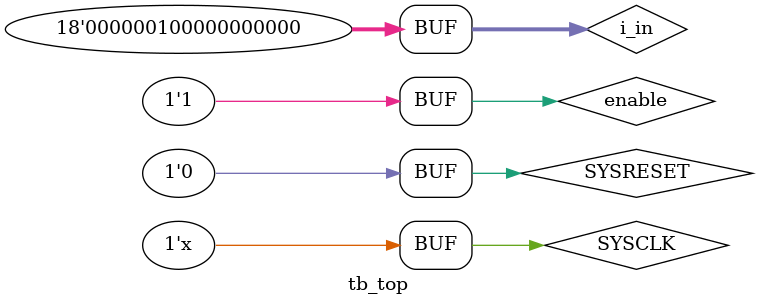
<source format=v>


`timescale 1us/100ns

module tb_top;

parameter SYSCLK_PERIOD = 1;// 10MHZ

reg SYSCLK;
reg SYSRESET;

//////////////////////////////////////////////////////////////////////
// Clock Driver
//////////////////////////////////////////////////////////////////////
always @(SYSCLK)
    #(SYSCLK_PERIOD / 2.0) SYSCLK <= !SYSCLK;
//////////////////////////////////////////////////////////////////////
// Instantiate Unit Under Test:  top
//////////////////////////////////////////////////////////////////////
parameter Nn = 4;       // Number of Neurons
parameter word = 18;    // Word Length
parameter uv_time = 8;  // No. of clock cycles for uv computation
parameter i_time  = 8;  // No.of Clock Cycles for current computation
parameter comp_cycle_time = 1000;    // No. of cycles for 1 neuron computation cycle
// wire/reg def

reg enable;
reg [word-1:0]i_in;
wire [Nn-1:0] spikearray;
top top_0 (


    // Inputs
    .clk(SYSCLK),
    .reset(SYSRESET),
    .enable(enable),
    .i_in(i_in),

    // Outputs
    .spikearray(spikearray )

    // Inouts
);
	// TEST SEQUENCE////////////////////////////////////////////
initial
begin
    SYSCLK <= 1'b0;
    SYSRESET <= 1'b1;
	enable <= 0;
	i_in <=0;
	SYSRESET = 1'b0;
    #30 SYSRESET <= 0;
    // i_in <= 18'b0000011010_00000000;
     i_in <= 18'h0800;
     enable <= 1;
     end
endmodule



</source>
